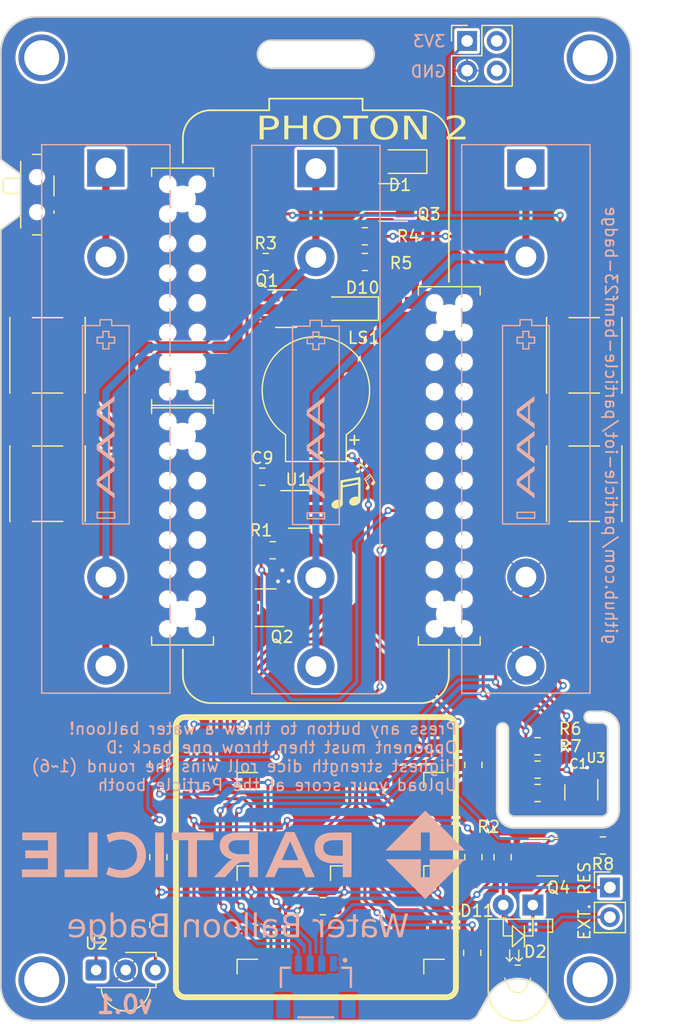
<source format=kicad_pcb>
(kicad_pcb (version 20221018) (generator pcbnew)
  (title_block (title "Particle BAMF23 Badge") (date "2023-08-23") (rev "v0.1") (company "Brett Walach"))
  (layers (0 "F.Cu" signal) (31 "B.Cu" signal) (34 "B.Paste" user) (35 "F.Paste" user) (36 "B.SilkS" user "B.Silkscreen") (37 "F.SilkS" user "F.Silkscreen") (38 "B.Mask" user) (39 "F.Mask" user) (44 "Edge.Cuts" user))
  (net 0 "")
  (net 1 "GND")
  (net 2 "RST")
  (net 3 "MD")
  (net 4 "A0")
  (net 5 "A1")
  (net 6 "A2")
  (net 7 "A5")
  (net 8 "LI+")
  (net 9 "EN")
  (net 10 "VUSB")
  (net 11 "D10")
  (net 12 "D7")
  (net 13 "D6")
  (net 14 "D5")
  (net 15 "D4")
  (net 16 "D3")
  (net 17 "D2")
  (net 18 "SCL")
  (net 19 "SDA")
  (net 20 "NC")
  (net 21 "TX")
  (net 22 "RX")
  (net 23 "MI")
  (net 24 "MO")
  (net 25 "SCK")
  (net 26 "S3")
  (net 27 "S4")
  (net 28 "PXG")
  (net 29 "Net-(D10-A)")
  (net 30 "Net-(D11-A)")
  (net 31 "Net-(D3-DOUT)")
  (net 32 "Net-(D3-DIN)")
  (net 33 "Net-(D4-DOUT)")
  (net 34 "Net-(D5-DOUT)")
  (net 35 "Net-(D6-DOUT)")
  (net 36 "Net-(D7-DOUT)")
  (net 37 "Net-(D8-DOUT)")
  (net 39 "B+")
  (net 40 "Net-(BT1--)")
  (net 41 "Net-(BT2--)")
  (net 42 "Net-(D1-A)")
  (net 43 "Net-(Q3-G)")
  (net 44 "3V3")
  (net 50 "Net-(D11-K)")
  (footprint "particle-bamf23-badge:SOT-23_HandSoldering" (layer "F.Cu") (at 133.3 65.9 180)
    (fp_text reference "Q3")
    (fp_text value "PJA3415")
  )
  (footprint "particle-bamf23-badge:C_0805_2012Metric_Pad1.20x1.40mm_HandSolder" (layer "F.Cu") (at 140.5 114.1 -90)
    (fp_text reference "C6" hide)
    (fp_text value "0.1uF")
  )
  (footprint "particle-bamf23-badge:LED_Harvatek_B4301IR" (layer "F.Cu") (at 144.3 131.6 180)
    (fp_text reference "D2")
    (fp_text value "IR LED")
  )
  (footprint "particle-bamf23-badge:C_0805_2012Metric_Pad1.20x1.40mm_HandSolder" (layer "F.Cu") (at 113.5 122 -90)
    (fp_text reference "C4" hide)
    (fp_text value "0.1uF")
  )
  (footprint "particle-bamf23-badge:SW_Push_1P1T_NO_6x6mm_H5mm" (layer "F.Cu") (at 104 90 -90)
    (fp_text reference "SW2" hide)
    (fp_text value "6x6x5mm" hide)
  )
  (footprint "particle-bamf23-badge:water-balloon-5mm-ss" (layer "F.Cu") (at 108.445927 78.715498 160)
    (fp_text reference "G***" hide)
    (fp_text value "LOGO" hide)
  )
  (footprint "particle-bamf23-badge:LED_WS2812B_PLCC4_5.0x5.0mm_P3.2mm" (layer "F.Cu") (at 135 114)
    (fp_text reference "D7" hide)
    (fp_text value "WS2812B")
  )
  (footprint "particle-bamf23-badge:C_0805_2012Metric_Pad1.20x1.40mm_HandSolder" (layer "F.Cu") (at 146 116.5 180)
    (fp_text reference "C1")
    (fp_text value "0.1uF")
  )
  (footprint "particle-bamf23-badge:R_0805_2012Metric_Pad1.20x1.40mm_HandSolder" (layer "F.Cu") (at 122.7 71 180)
    (fp_text reference "R3")
    (fp_text value "100k 1%")
  )
  (footprint "particle-bamf23-badge:Sensirion_DFN-8-1EP_2.5x2.5mm_P0.5mm_EP1.1x1.7mm" (layer "F.Cu") (at 149.75 116.45 -90)
    (fp_text reference "U3")
    (fp_text value "SHT31-DIS")
  )
  (footprint "particle-bamf23-badge:SOT-23_HandSoldering" (layer "F.Cu") (at 124.45 75)
    (fp_text reference "Q1")
    (fp_text value "2N7002")
  )
  (footprint "particle-bamf23-badge:SOT-23_HandSoldering" (layer "F.Cu") (at 146.85 122)
    (fp_text reference "Q4")
    (fp_text value "2N7002")
  )
  (footprint "particle-bamf23-badge:water-balloon-5mm-ss" (layer "F.Cu") (at 150.72 97.39 45)
    (fp_text reference "G***" hide)
    (fp_text value "LOGO" hide)
  )
  (footprint "particle-bamf23-badge:water-balloon-5mm-ss" (layer "F.Cu") (at 151.084306 71.064859 -160)
    (fp_text reference "G***" hide)
    (fp_text value "LOGO" hide)
  )
  (footprint "particle-bamf23-badge:SW_SPDT_PCM12" (layer "F.Cu") (at 103.43 65.228885 -90)
    (fp_text reference "SW5" hide)
    (fp_text value "SW_SPDT")
  )
  (footprint "particle-bamf23-badge:Harwin_M20-7810845_2x08_P2.54mm_Vertical" (layer "F.Cu") (at 115.57 73.23)
    (fp_text reference "J2" hide)
    (fp_text value "M20-7810845")
  )
  (footprint "particle-bamf23-badge:MagneticBuzzer_FUET-9032-05" (layer "F.Cu") (at 127 84 180)
    (fp_text reference "LS1")
    (fp_text value "Speaker")
  )
  (footprint "particle-bamf23-badge:R_0805_2012Metric_Pad1.20x1.40mm_HandSolder" (layer "F.Cu") (at 151.6 121)
    (fp_text reference "R8")
    (fp_text value "100k 1%")
  )
  (footprint "particle-bamf23-badge:R_0805_2012Metric_Pad1.20x1.40mm_HandSolder" (layer "F.Cu") (at 131.2 71)
    (fp_text reference "R5")
    (fp_text value "100k 1%")
  )
  (footprint "OptoDevice:Vishay_MINICAST-3Pin" (layer "F.Cu") (at 108.16 131.675)
    (fp_text reference "U2")
    (fp_text value "TSOP38G36")
  )
  (footprint "particle-bamf23-badge:music-notes" (layer "F.Cu") (at 130.2 90.2)
    (fp_text reference "G***" hide)
    (fp_text value "music-notes" hide)
  )
  (footprint "Connector_PinHeader_2.54mm:PinHeader_1x02_P2.54mm_Vertical" (layer "F.Cu") (at 152.2 124.6)
    (fp_text reference "J1" hide)
    (fp_text value "Ext. Resistor")
  )
  (footprint "particle-bamf23-badge:C_0805_2012Metric_Pad1.20x1.40mm_HandSolder" (layer "F.Cu") (at 140.4 130.2 -90)
    (fp_text reference "C8" hide)
    (fp_text value "0.1uF")
  )
  (footprint "particle-bamf23-badge:MountingHole_4.0mm_M3.0" (layer "F.Cu") (at 103.5 53.5)
    (fp_text reference "H1" hide)
    (fp_text value "3.0mm")
  )
  (footprint "particle-bamf23-badge:C_0805_2012Metric_Pad1.20x1.40mm_HandSolder" (layer "F.Cu") (at 127.6 126.2)
    (fp_text reference "C2" hide)
    (fp_text value "0.1uF" hide)
  )
  (footprint "particle-bamf23-badge:R_0805_2012Metric_Pad1.20x1.40mm_HandSolder" (layer "F.Cu") (at 146 112.5 180)
    (fp_text reference "R6")
    (fp_text value "4.7k 1%")
  )
  (footprint "particle-bamf23-badge:C_0805_2012Metric_Pad1.20x1.40mm_HandSolder" (layer "F.Cu") (at 122.4 89.4 180)
    (fp_text reference "C9")
    (fp_text value "0.1uF")
  )
  (footprint "particle-bamf23-badge:C_0805_2012Metric_Pad1.20x1.40mm_HandSolder" (layer "F.Cu") (at 113.5 114 -90)
    (fp_text reference "C3" hide)
    (fp_text value "0.1uF")
  )
  (footprint "particle-bamf23-badge:Harwin_M20-7810845_2x08_P2.54mm_Vertical" (layer "F.Cu") (at 115.57 93.55)
    (fp_text reference "J5" hide)
    (fp_text value "M20-7810845")
  )
  (footprint "particle-bamf23-badge:MountingHole_4.0mm_M3.0" (layer "F.Cu") (at 150.5 132.5)
    (fp_text reference "H4" hide)
    (fp_text value "3.0mm")
  )
  (footprint "particle-bamf23-badge:Harwin_M20-7811245_2x12_P2.54mm_Vertical" (layer "F.Cu") (at 138.43 88.47)
    (fp_text reference "J4" hide)
    (fp_text value "M20-7811245")
  )
  (footprint "particle-bamf23-badge:SW_Push_1P1T_NO_6x6mm_H5mm" (layer "F.Cu") (at 104 79 -90)
    (fp_text reference "SW1" hide)
    (fp_text value "6x6x5mm" hide)
  )
  (footprint "particle-bamf23-badge:PinHeader_2x02_P2.54mm_Vertical" (layer "F.Cu") (at 139.96 52.06)
    (fp_text reference "J6" hide)
    (fp_text value "#Badgelife SAO - Long Live the Simple Version")
  )
  (footprint "particle-bamf23-badge:R_0805_2012Metric_Pad1.20x1.40mm_HandSolder" (layer "F.Cu") (at 143 122 90)
    (fp_text reference "R2")
    (fp_text value "1k 1%")
  )
  (footprint "particle-bamf23-badge:LED_WS2812B_PLCC4_5.0x5.0mm_P3.2mm" (layer "F.Cu") (at 119 130)
    (fp_text reference "D5" hide)
    (fp_text value "WS2812B")
  )
  (footprint "particle-bamf23-badge:SW_Push_1P1T_NO_6x6mm_H5mm" (layer "F.Cu") (at 150 79 90)
    (fp_text reference "SW3" hide)
    (fp_text value "6x6x5mm" hide)
  )
  (footprint "particle-bamf23-badge:SOT-23_HandSoldering" (layer "F.Cu") (at 122.7 100.625 180)
    (fp_text reference "Q2")
    (fp_text value "2N7002")
  )
  (footprint "particle-bamf23-badge:SOT-23-5_HandSoldering" (layer "F.Cu") (at 125.55 92.2)
    (fp_text reference "U1")
    (fp_text value "74AHC1G125")
  )
  (footprint "particle-bamf23-badge:C_0805_2012Metric_Pad1.20x1.40mm_HandSolder" (layer "F.Cu") (at 113.5 127.8 90)
    (fp_text reference "C5" hide)
    (fp_text value "0.1uF")
  )
  (footprint "particle-bamf23-badge:R_0805_2012Metric_Pad1.20x1.40mm_HandSolder" (layer "F.Cu") (at 123.3 95.7)
    (fp_text reference "R1")
    (fp_text value "100k 1%")
  )
  (footprint "particle-bamf23-badge:LED_WS2812B_PLCC4_5.0x5.0mm_P3.2mm" (layer "F.Cu") (at 135 130)
    (fp_text reference "D9" hide)
    (fp_text value "WS2812B")
  )
  (footprint "particle-bamf23-badge:LED_WS2812B_PLCC4_5.0x5.0mm_P3.2mm" (layer "F.Cu") (at 127 122)
    (fp_text reference "D6" hide)
    (fp_text value "WS2812B")
  )
  (footprint "particle-bamf23-badge:D_SOD-123HE" (layer "F.Cu") (at 134.2 62.4 180)
    (fp_text reference "D1")
    (fp_text value "SBA330AH_R1_00001")
  )
  (footprint "particle-bamf23-badge:LED_WS2812B_PLCC4_5.0x5.0mm_P3.2mm" (layer "F.Cu") (at 119 114)
    (fp_text reference "D3" hide)
    (fp_text value "WS2812B")
  )
  (footprint "particle-bamf23-badge:MountingHole_4.0mm_M3.0" (layer "F.Cu") (at 150.5 53.5)
    (fp_text reference "H2" hide)
    (fp_text value "3.0mm")
  )
  (footprint "particle-bamf23-badge:particle-logo-stacked-10mm-sm" (layer "F.Cu") (at 106.8 114)
    (fp_text reference "G1" hide)
    (fp_text value "LOGO" hide)
  )
  (footprint "particle-bamf23-badge:water-balloon-5mm-ss" (layer "F.Cu") (at 103.79 97.56 -20)
    (fp_text reference "G***" hide)
    (fp_text value "LOGO" hide)
  )
  (footprint "particle-bamf23-badge:LED_D5.0mm_Horizontal_O1.27mm_Z3.0mm" (layer "F.Cu") (at 143.06 126.1)
    (fp_text reference "D11")
    (fp_text value "IR LED")
  )
  (footprint "particle-bamf23-badge:MountingHole_4.0mm_M3.0" (layer "F.Cu") (at 103.5 132.5)
    (fp_text reference "H3" hide)
    (fp_text value "3.0mm")
  )
  (footprint "particle-bamf23-badge:C_0805_2012Metric_Pad1.20x1.40mm_HandSolder" (layer "F.Cu") (at 140.5 122 -90)
    (fp_text reference "C7" hide)
    (fp_text value "0.1uF")
  )
  (footprint "particle-bamf23-badge:SW_Push_1P1T_NO_6x6mm_H5mm" (layer "F.Cu") (at 150 90 90)
    (fp_text reference "SW4" hide)
    (fp_text value "6x6x5mm" hide)
  )
  (footprint "particle-bamf23-badge:R_0805_2012Metric_Pad1.20x1.40mm_HandSolder" (layer "F.Cu") (at 131.2 68.8 180)
    (fp_text reference "R4")
    (fp_text value "10k 1%")
  )
  (footprint "particle-bamf23-badge:R_0805_2012Metric_Pad1.20x1.40mm_HandSolder" (layer "F.Cu") (at 146 114.5 180)
    (fp_text reference "R7")
    (fp_text value "4.7k 1%")
  )
  (footprint "particle-bamf23-badge:D_SOD-123" (layer "F.Cu") (at 130 75 180)
    (fp_text reference "D10")
    (fp_text value "MBR0540")
  )
  (footprint "particle-bamf23-badge:LED_WS2812B_PLCC4_5.0x5.0mm_P3.2mm" (layer "F.Cu") (at 119 122)
    (fp_text reference "D4" hide)
    (fp_text value "WS2812B")
  )
  (footprint "particle-bamf23-badge:LED_WS2812B_PLCC4_5.0x5.0mm_P3.2mm" (layer "F.Cu") (at 135 122)
    (fp_text reference "D8" hide)
    (fp_text value "WS2812B")
  )
  (footprint "particle-bamf23-badge:water-balloon-5mm-ss" (layer "B.Cu") (at 119 132.4 45)
    (fp_text reference "G***" hide)
    (fp_text value "LOGO" hide)
  )
  (footprint "particle-bamf23-badge:BatteryHolder_MPD_BK82_AAA" (layer "B.Cu") (at 127 63 -90)
    (fp_text reference "BT2" hide)
    (fp_text value "AAA Battery")
  )
  (footprint "particle-bamf23-badge:BatteryHolder_MPD_BK82_AAA" (layer "B.Cu") (at 145 62.95 -90)
    (fp_text reference "BT3" hide)
    (fp_text value "AAA Battery")
  )
  (footprint "particle-bamf23-badge:water-balloon-5mm-ss" (layer "B.Cu") (at 134.8 132.2 -135)
    (fp_text reference "G***" hide)
    (fp_text value "LOGO" hide)
  )
  (footprint "particle-bamf23-badge:JST04_1MM_RA" (layer "B.Cu") (at 127 131.125001 180)
    (fp_text reference "J3")
    (fp_text value "Qwiic_RA")
  )
  (footprint "particle-bamf23-badge:BatteryHolder_MPD_BK82_AAA" (layer "B.Cu") (at 109 62.95 -90)
    (fp_text reference "BT1" hide)
    (fp_text value "AAA Battery")
  )
  (footprint "particle-bamf23-badge:temp-humidity-7.6mm-sm" (layer "B.Cu") (at 147.8 114.8 180)
    (fp_text reference "G***" hide)
    (fp_text value "LOGO" hide)
  )
  (footprint "particle-bamf23-badge:particle-logo-38mm-ss" (layer "B.Cu") (at 120.8 121.8 180)
    (fp_text reference "G2" hide)
    (fp_text value "LOGO" hide)
  )
  (gr_arc (start 118 108.8) (mid 116.302944 108.097056) (end 115.6 106.4) (stroke (width 0.15)) (layer "F.SilkS"))
  (gr_line (start 123 57) (end 131 57) (stroke (width 0.15)) (layer "F.SilkS"))
  (gr_arc (start 138.4 106.4) (mid 137.697056 108.097056) (end 136 108.8) (stroke (width 0.15)) (layer "F.SilkS"))
  (gr_line (start 115.6 60.4) (end 115.6 62.5) (stroke (width 0.15)) (layer "F.SilkS"))
  (gr_line (start 118 58) (end 123 58) (stroke (width 0.15)) (layer "F.SilkS"))
  (gr_line (start 138.2 134) (end 115.8 134) (stroke (width 0.5)) (layer "F.SilkS"))
  (gr_arc (start 115.8 134) (mid 115.234315 133.765685) (end 115 133.2) (stroke (width 0.5)) (layer "F.SilkS"))
  (gr_line (start 131 57) (end 131 58) (stroke (width 0.15)) (layer "F.SilkS"))
  (gr_line (start 138.4 60.4) (end 138.4 72.7) (stroke (width 0.15)) (layer "F.SilkS"))
  (gr_line (start 131 58) (end 136 58) (stroke (width 0.15)) (layer "F.SilkS"))
  (gr_line (start 118 108.8) (end 136 108.8) (stroke (width 0.15)) (layer "F.SilkS"))
  (gr_arc (start 115.6 60.4) (mid 116.302944 58.702944) (end 118 58) (stroke (width 0.15)) (layer "F.SilkS"))
  (gr_line (start 139 110.8) (end 139 133.2) (stroke (width 0.5)) (layer "F.SilkS"))
  (gr_arc (start 138.2 110) (mid 138.765685 110.234315) (end 139 110.8) (stroke (width 0.5)) (layer "F.SilkS"))
  (gr_arc (start 136 58) (mid 137.697056 58.702944) (end 138.4 60.4) (stroke (width 0.15)) (layer "F.SilkS"))
  (gr_line (start 123 58) (end 123 57) (stroke (width 0.15)) (layer "F.SilkS"))
  (gr_line (start 138.4 106.4) (end 138.4 104.2) (stroke (width 0.15)) (layer "F.SilkS"))
  (gr_arc (start 115 110.8) (mid 115.234315 110.234315) (end 115.8 110) (stroke (width 0.5)) (layer "F.SilkS"))
  (gr_line (start 115 133.2) (end 115 110.8) (stroke (width 0.5)) (layer "F.SilkS"))
  (gr_line (start 115.8 110) (end 138.2 110) (stroke (width 0.5)) (layer "F.SilkS"))
  (gr_line (start 115.6 104.2) (end 115.6 106.4) (stroke (width 0.15)) (layer "F.SilkS"))
  (gr_arc (start 139 133.2) (mid 138.765685 133.765685) (end 138.2 134) (stroke (width 0.5)) (layer "F.SilkS"))
  (gr_line (start 100 68.328885) (end 100 133) (stroke (width 0.15)) (layer "Edge.Cuts"))
  (gr_line (start 151.5 110.5) (end 150.5 110.5) (stroke (width 0.15)) (layer "Edge.Cuts"))
  (gr_arc (start 100 68.328885) (mid 100.023665 68.234513) (end 100.08906 68.162475) (stroke (width 0.15)) (layer "Edge.Cuts"))
  (gr_line (start 151.5 118.5) (end 144 118.5) (stroke (width 0.15)) (layer "Edge.Cuts"))
  (gr_line (start 130.8 52) (end 123.2 52) (stroke (width 0.15)) (layer "Edge.Cuts"))
  (gr_line (start 100 53) (end 100 62.128885) (stroke (width 0.15)) (layer "Edge.Cuts"))
  (gr_arc (start 140.868243 135.496139) (mid 140.501927 135.86491) (end 140 136) (stroke (width 0.15)) (layer "Edge.Cuts"))
  (gr_line (start 143.5 118) (end 143.5 111) (stroke (width 0.15)) (layer "Edge.Cuts"))
  (gr_line (start 100.110557 62.30777) (end 101.589443 63.4) (stroke (width 0.15)) (layer "Edge.Cuts"))
  (gr_arc (start 152 118) (mid 151.853553 118.353553) (end 151.5 118.5) (stroke (width 0.15)) (layer "Edge.Cuts"))
  (gr_line (start 154 53) (end 154 133) (stroke (width 0.15)) (layer "Edge.Cuts"))
  (gr_arc (start 154 133) (mid 153.12132 135.12132) (end 151 136) (stroke (width 0.15)) (layer "Edge.Cuts"))
  (gr_arc (start 142.5 111) (mid 143 110.5) (end 143.5 111) (stroke (width 0.15)) (layer "Edge.Cuts"))
  (gr_arc (start 141.788062 133.850805) (mid 142.849598 132.788759) (end 144.3 132.4) (stroke (width 0.15)) (layer "Edge.Cuts"))
  (gr_arc (start 123.2 54.4) (mid 122 53.2) (end 123.2 52) (stroke (width 0.15)) (layer "Edge.Cuts"))
  (gr_line (start 146.811938 133.850805) (end 147.731757 135.496139) (stroke (width 0.15)) (layer "Edge.Cuts"))
  (gr_arc (start 130.8 52) (mid 132 53.2) (end 130.8 54.4) (stroke (width 0.15)) (layer "Edge.Cuts"))
  (gr_arc (start 153 118) (mid 152.56066 119.06066) (end 151.5 119.5) (stroke (width 0.15)) (layer "Edge.Cuts"))
  (gr_arc (start 151.5 109.5) (mid 152.56066 109.93934) (end 153 111) (stroke (width 0.15)) (layer "Edge.Cuts"))
  (gr_arc (start 103 136) (mid 100.87868 135.12132) (end 100 133) (stroke (width 0.15)) (layer "Edge.Cuts"))
  (gr_arc (start 150.5 110.5) (mid 150 110) (end 150.5 109.5) (stroke (width 0.15)) (layer "Edge.Cuts"))
  (gr_arc (start 101.589443 63.4) (mid 101.67013 63.473739) (end 101.7 63.578885) (stroke (width 0.15)) (layer "Edge.Cuts"))
  (gr_line (start 123.2 54.4) (end 130.8 54.4) (stroke (width 0.15)) (layer "Edge.Cuts"))
  (gr_arc (start 151.5 110.5) (mid 151.853553 110.646447) (end 152 111) (stroke (width 0.15)) (layer "Edge.Cuts"))
  (gr_line (start 103 50) (end 151 50) (stroke (width 0.15)) (layer "Edge.Cuts"))
  (gr_line (start 152 111) (end 152 118) (stroke (width 0.15)) (layer "Edge.Cuts"))
  (gr_line (start 153 118) (end 153 111) (stroke (width 0.15)) (layer "Edge.Cuts"))
  (gr_arc (start 100 53) (mid 100.87868 50.87868) (end 103 50) (stroke (width 0.15)) (layer "Edge.Cuts"))
  (gr_arc (start 151 50) (mid 153.12132 50.87868) (end 154 53) (stroke (width 0.15)) (layer "Edge.Cuts"))
  (gr_line (start 150.5 109.5) (end 151.5 109.5) (stroke (width 0.15)) (layer "Edge.Cuts"))
  (gr_arc (start 101.7 66.878885) (mid 101.67013 66.984031) (end 101.589443 67.05777) (stroke (width 0.15)) (layer "Edge.Cuts"))
  (gr_line (start 101.7 63.578885) (end 101.7 66.878885) (stroke (width 0.15)) (layer "Edge.Cuts"))
  (gr_arc (start 144 119.5) (mid 142.93934 119.06066) (end 142.5 118) (stroke (width 0.15)) (layer "Edge.Cuts"))
  (gr_line (start 101.589443 67.05777) (end 100.08906 68.162475) (stroke (width 0.15)) (layer "Edge.Cuts"))
  (gr_line (start 103 136) (end 140 136) (stroke (width 0.15)) (layer "Edge.Cuts"))
  (gr_line (start 142.5 111) (end 142.5 118) (stroke (width 0.15)) (layer "Edge.Cuts"))
  (gr_arc (start 148.6 136) (mid 148.098073 135.86491) (end 147.731757 135.496139) (stroke (width 0.15)) (layer "Edge.Cuts"))
  (gr_line (start 141.788062 133.850805) (end 140.868243 135.496139) (stroke (width 0.15)) (layer "Edge.Cuts"))
  (gr_line (start 148.6 136) (end 151 136) (stroke (width 0.15)) (layer "Edge.Cuts"))
  (gr_arc (start 144 118.5) (mid 143.646447 118.353553) (end 143.5 118) (stroke (width 0.15)) (layer "Edge.Cuts"))
  (gr_line (start 144 119.5) (end 151.5 119.5) (stroke (width 0.15)) (layer "Edge.Cuts"))
  (gr_arc (start 144.3 132.4) (mid 145.750402 132.788759) (end 146.811938 133.850805) (stroke (width 0.15)) (layer "Edge.Cuts"))
  (gr_arc (start 100.110557 62.30777) (mid 100.02987 62.234031) (end 100 62.128885) (stroke (width 0.15)) (layer "Edge.Cuts"))
  (gr_text "GND\n" (at 138.27 55.27) (layer "B.SilkS") (effects (font (size 1 1)) (justify left bottom mirror)))
  (gr_text "github.com/particle-iot/particle-bamf23-badge" (at 152.3 85 270) (layer "B.SilkS") (effects (font (size 1 1)) (justify mirror)))
  (gr_text "v0.1" (at 113.17 135.51) (layer "B.SilkS") (effects (font (size 1.5 1.5) (thickness 0.3) bold) (justify left bottom mirror)))
  (gr_text "3V3\n" (at 138.19 52.67) (layer "B.SilkS") (effects (font (size 1 1)) (justify left bottom mirror)))
  (gr_text "Press any button to throw a water balloon!\nOpponent must then throw one back :D\nHighest strength dice roll wins the round (1~6)\nUpload your score at the Particle booth" (at 139.2 116.4) (layer "B.SilkS") (effects (font (size 1 1)) (justify left bottom mirror)))
  (gr_text "Water Balloon Badge" (at 135 129.2) (layer "B.SilkS") (effects (font (size 2 2)) (justify left bottom mirror)))
  (gr_text "PHOTON 2\n" (at 121.84 60.84) (layer "F.SilkS") (effects (font (size 2 2.5)) (justify left bottom)))
  (gr_text "EXT. RES" (at 150.6 129.2 90) (layer "F.SilkS") (effects (font (size 1 1)) (justify left bottom)))
  (segment (start 113.045593 71.96) (end 113.932593 72.847) (width 0.254) (layer "F.Cu") (net 1))
  (segment (start 145 105.62) (end 145 98) (width 0.6096) (layer "F.Cu") (net 1))
  (segment (start 113.932593 72.847) (end 117.593 72.847) (width 0.254) (layer "F.Cu") (net 1))
  (segment (start 117.593 72.847) (end 118.48 71.96) (width 0.254) (layer "F.Cu") (net 1))
  (segment (start 149.75 116.45) (end 151.55 116.45) (width 0.254) (layer "F.Cu") (net 1))
  (segment (start 112.66 71.96) (end 113.045593 71.96) (width 0.254) (layer "F.Cu") (net 1))
  (via (at 150.25 114.32) (size 0.6096) (drill 0.3302) (layers "F.Cu" "B.Cu") (net 1))
  (via (at 123.75 98.375) (size 0.6096) (drill 0.3302) (layers "F.Cu" "B.Cu") (net 1))
  (via (at 124.125 97.425) (size 0.6096) (drill 0.3302) (layers "F.Cu" "B.Cu") (net 1))
  (via (at 124.675 98.375) (size 0.6096) (drill 0.3302) (layers "F.Cu" "B.Cu") (net 1))
  (segment (start 112.66 64.34) (end 113.547 63.453) (width 0.254) (layer "F.Cu") (net 2))
  (segment (start 113.547 63.453) (end 117.593 63.453) (width 0.254) (layer "F.Cu") (net 2))
  (segment (start 117.593 63.453) (end 118.48 64.34) (width 0.254) (layer "F.Cu") (net 2))
  (segment (start 112.66 69.42) (end 113.547 70.307) (width 0.254) (layer "F.Cu") (net 3))
  (segment (start 113.547 70.307) (end 117.593 70.307) (width 0.254) (layer "F.Cu") (net 3))
  (segment (start 117.593 70.307) (end 118.48 69.42) (width 0.254) (layer "F.Cu") (net 3))
  (segment (start 113.547 75.387) (end 117.593 75.387) (width 0.254) (layer "F.Cu") (net 4))
  (segment (start 117.593 75.387) (end 118.48 74.5) (width 0.254) (layer "F.Cu") (net 4))
  (segment (start 112.66 74.5) (end 113.547 75.387) (width 0.254) (layer "F.Cu") (net 4))
  (segment (start 113.547 77.927) (end 117.593 77.927) (width 0.254) (layer "F.Cu") (net 5))
  (segment (start 112.66 77.04) (end 113.547 77.927) (width 0.254) (layer "F.Cu") (net 5))
  (segment (start 117.593 77.927) (end 118.48 77.04) (width 0.254) (layer "F.Cu") (net 5))
  (segment (start 117.593 78.693) (end 118.48 79.58) (width 0.254) (layer "F.Cu") (net 6))
  (segment (start 121.1 74.9) (end 121.95 74.05) (width 0.254) (layer "F.Cu") (net 6))
  (segment (start 112.66 79.58) (end 113.547 78.693) (width 0.254) (layer "F.Cu") (net 6))
  (segment (start 121.1 78.75) (end 121.1 74.9) (width 0.254) (layer "F.Cu") (net 6))
  (segment (start 113.547 78.693) (end 117.593 78.693) (width 0.254) (layer "F.Cu") (net 6))
  (segment (start 121.95 74.05) (end 123.1 74.05) (width 0.254) (layer "F.Cu") (net 6))
  (segment (start 118.48 79.58) (end 120.27 79.58) (width 0.254) (layer "F.Cu") (net 6))
  (segment (start 123.7 72.3) (end 123.1 72.9) (width 0.254) (layer "F.Cu") (net 6))
  (segment (start 123.7 71) (end 123.7 72.3) (width 0.254) (layer "F.Cu") (net 6))
  (segment (start 123.1 72.9) (end 123.1 74.05) (width 0.254) (layer "F.Cu") (net 6))
  (segment (start 120.27 79.58) (end 121.1 78.75) (width 0.254) (layer "F.Cu") (net 6))
  (segment (start 131.5 91.8) (end 131.5 101.4) (width 0.254) (layer "F.Cu") (net 7))
  (segment (start 145.5 121.05) (end 146.55 121.05) (width 0.254) (layer "F.Cu") (net 7))
  (segment (start 146.55 121.05) (end 147.2 120.4) (width 0.254) (layer "F.Cu") (net 7))
  (segment (start 130.1 87.6) (end 123.7 87.6) (width 0.254) (layer "F.Cu") (net 7))
  (segment (start 117.593 83.007) (end 118.48 82.12) (width 0.254) (layer "F.Cu") (net 7))
  (segment (start 131.5 101.4) (end 131.5 102.71) (width 0.254) (layer "F.Cu") (net 7))
  (segment (start 120.35 84.25) (end 120.35 82.6) (width 0.254) (layer "F.Cu") (net 7))
  (segment (start 131.5 102.71) (end 139.18 110.39) (width 0.254) (layer "F.Cu") (net 7))
  (segment (start 149 120.4) (end 147.2 120.4) (width 0.254) (layer "F.Cu") (net 7))
  (segment (start 112.66 82.12) (end 113.547 83.007) (width 0.254) (layer "F.Cu") (net 7))
  (segment (start 149.6 121) (end 149 120.4) (width 0.254) (layer "F.Cu") (net 7))
  (segment (start 120.35 82.6) (end 119.87 82.12) (width 0.254) (layer "F.Cu") (net 7))
  (segment (start 150.6 121) (end 149.6 121) (width 0.254) (layer "F.Cu") (net 7))
  (segment (start 123.7 87.6) (end 120.35 84.25) (width 0.254) (layer "F.Cu") (net 7))
  (segment (start 113.547 83.007) (end 117.593 83.007) (width 0.254) (layer "F.Cu") (net 7))
  (segment (start 119.87 82.12) (end 118.48 82.12) (width 0.254) (layer "F.Cu") (net 7))
  (via (at 147.2 120.4) (size 0.6096) (drill 0.3302) (layers "F.Cu" "B.Cu") (net 7))
  (via (at 130.1 87.6) (size 0.6096) (drill 0.3302) (layers "F.Cu" "B.Cu") (net 7))
  (via (at 139.18 110.39) (size 0.6096) (drill 0.3302) (layers "F.Cu" "B.Cu") (net 7))
  (via (at 131.5 91.8) (size 0.6096) (drill 0.3302) (layers "F.Cu" "B.Cu") (net 7))
  (segment (start 131.5 91.8) (end 131.5 89) (width 0.254) (layer "B.Cu") (net 7))
  (segment (start 142.78 120.4) (end 139.16 116.78) (width 0.254) (layer "B.Cu") (net 7))
  (segment (start 139.18 110.39) (end 139.16 110.41) (width 0.254) (layer "B.Cu") (net 7))
  (segment (start 139.16 110.41) (end 139.16 116.78) (width 0.254) (layer "B.Cu") (net 7))
  (segment (start 147.2 120.4) (end 142.78 120.4) (width 0.254) (layer "B.Cu") (net 7))
  (segment (start 131.5 89) (end 130.1 87.6) (width 0.254) (layer "B.Cu") (net 7))
  (segment (start 136.24 64.95) (end 137.13 64.06) (width 0.6096) (layer "F.Cu") (net 8))
  (segment (start 131.65 73.95) (end 131.65 75) (width 0.6096) (layer "F.Cu") (net 8))
  (segment (start 132.55 119.05) (end 132.375 118.875) (width 0.254) (layer "F.Cu") (net 8))
  (segment (start 136.6 65.5) (end 136.6 69) (width 0.6096) (layer "F.Cu") (net 8))
  (segment (start 131.6 74.95) (end 131.65 75) (width 0.6096) (layer "F.Cu") (net 8))
  (segment (start 126.6 126.2) (end 125.8 126.2) (width 0.254) (layer "F.Cu") (net 8))
  (segment (start 126.7 103.3) (end 125.3 103.3) (width 0.254) (layer "F.Cu") (net 8))
  (segment (start 116.5 118.85) (end 116.55 118.85) (width 0.254) (layer "F.Cu") (net 8))
  (segment (start 115.2 117.55) (end 116.5 118.85) (width 0.254) (layer "F.Cu") (net 8))
  (segment (start 113.5 128.8) (end 114.8 128.8) (width 0.254) (layer "F.Cu") (net 8))
  (segment (start 115.2 114.75) (end 116.55 113.4) (width 0.254) (layer "F.Cu") (net 8))
  (segment (start 113.24 130.16) (end 113.24 131.675) (width 0.254) (layer "F.Cu") (net 8))
  (segment (start 115.2 125.7) (end 116.55 127.05) (width 0.254) (layer "F.Cu") (net 8))
  (segment (start 116.55 110.6) (end 116.55 112.35) (width 0.254) (layer "F.Cu") (net 8))
  (segment (start 116.3 126.8) (end 116.55 127.05) (width 0.254) (layer "F.Cu") (net 8))
  (segment (start 123.6 125.8) (end 123 125.2) (width 0.254) (layer "F.Cu") (net 8))
  (segment (start 124.55 121.26842) (end 124.55 120.35) (width 0.254) (layer "F.Cu") (net 8))
  (segment (start 125.8 126.2) (end 125.4 126.6) (width 0.254) (layer "F.Cu") (net 8))
  (segment (start 135.52 74.5) (end 135.52 70.08) (width 0.6096) (layer "F.Cu") (net 8))
  (segment (start 137.13 62.77) (end 136.76 62.4) (width 0.6096) (layer "F.Cu") (net 8))
  (segment (start 131.15 79.05) (end 131.15 82) (width 0.6096) (layer "F.Cu") (net 8))
  (segment (start 128 91.25) (end 128.45 91.7) (width 0.254) (layer "F.Cu") (net 8))
  (segment (start 113.5 128.8) (end 113.5 129.9) (width 0.254) (layer "F.Cu") (net 8))
  (segment (start 113.5 121) (end 114.6 121) (width 0.254) (layer "F.Cu") (net 8))
  (segment (start 125.3 103.3) (end 120.7 107.9) (width 0.254) (layer "F.Cu") (net 8))
  (segment (start 132.25 126.75) (end 131.2 125.7) (width 0.254) (layer "F.Cu") (net 8))
  (segment (start 120.7 107.9) (end 120.7 110.6) (width 0.254) (layer "F.Cu") (net 8))
  (segment (start 132.55 120.35) (end 132.55 119.05) (width 0.254) (layer "F.Cu") (net 8))
  (segment (start 132.55 113.15) (end 132.55 112.35) (width 0.254) (layer "F.Cu") (net 8))
  (segment (start 132.55 127.05) (end 132.25 126.75) (width 0.254) (layer "F.Cu") (net 8))
  (segment (start 135.52 74.5) (end 136.407 73.613) (width 0.254) (layer "F.Cu") (net 8))
  (segment (start 132.55 121.45) (end 132.55 120.35) (width 0.254) (layer "F.Cu") (net 8))
  (segment (start 131.65 78.55) (end 131.15 79.05) (width 0.6096) (layer "F.Cu") (net 8))
  (segment (start 136.407 73.613) (end 140.453 73.613) (width 0.254) (layer "F.Cu") (net 8))
  (segment (start 132.55 128.35) (end 132.55 127.05) (width 0.254) (layer "F.Cu") (net 8))
  (segment (start 138.6 113.8) (end 133.2 113.8) (width 0.254) (layer "F.Cu") (net 8))
  (segment (start 114.7 113) (end 115.35 112.35) (width 0.254) (layer "F.Cu") (net 8))
  (segment (start 114.6 121) (end 115.25 120.35) (width 0.254) (layer "F.Cu") (net 8))
  (segment (start 123 125.2) (end 123 122.81842) (width 0.254) (layer "F.Cu") (net 8))
  (segment (start 113.5 129.9) (end 113.24 130.16) (width 0.254) (layer "F.Cu") (net 8))
  (segment (start 136.76 62.4) (end 135.05 62.4) (width 0.6096) (layer "F.Cu") (net 8))
  (segment (start 133.2 113.8) (end 132.55 113.15) (width 0.254) (layer "F.Cu") (net 8))
  (segment (start 116.55 121.45) (end 115.2 122.8) (width 0.254) (layer "F.Cu") (net 8))
  (segment (start 115.25 120.35) (end 116.55 120.35) (width 0.254) (layer "F.Cu") (net 8))
  (segment (start 128.45 91.7) (end 128.45 94.65) (width 0.254) (layer "F.Cu") (net 8))
  (segment (start 132.55 113.05) (end 132.55 112.35) (width 0.254) (layer "F.Cu") (net 8))
  (segment (start 131.15 82) (end 131.15 88.3) (width 0.254) (layer "F.Cu") (net 8))
  (segment (start 132.375 118.875) (end 131 117.5) (width 0.254) (layer "F.Cu") (net 8))
  (segment (start 124.55 118.85) (end 124.55 120.35) (width 0.254) (layer "F.Cu") (net 8))
  (segment (start 131.2 125.7) (end 131.2 122.8) (width 0.254) (layer "F.Cu") (net 8))
  (segment (start 131.2 122.8) (end 132.55 121.45) (width 0.254) (layer "F.Cu") (net 8))
  (segment (start 131.65 75) (end 131.65 78.55) (width 0.6096) (layer "F.Cu") (net 8))
  (segment (start 126.9 90.3) (end 126.9 91.25) (width 0.254) (layer "F.Cu") (net 8))
  (segment (start 131 117.5) (end 131 114.6) (width 0.254) (layer "F.Cu") (net 8))
  (segment (start 131 114.6) (end 132.55 113.05) (width 0.254) (layer "F.Cu") (net 8))
  (segment (start 115.35 112.35) (end 116.55 112.35) (width 0.254) (layer "F.Cu") (net 8))
  (segment (start 134.65 64.95) (end 136.24 64.95) (width 0.6096) (layer "F.Cu") (net 8))
  (segment (start 140.5 120) (end 140.5 121) (width 0.254) (layer "F.Cu") (net 8))
  (segment (start 136.6 69) (end 131.65 73.95) (width 0.6096) (layer "F.Cu") (net 8))
  (segment (start 116.55 113.4) (end 116.55 112.35) (width 0.254) (layer "F.Cu") (net 8))
  (segment (start 114.8 128.8) (end 115.25 128.35) (width 0.254) (layer "F.Cu") (net 8))
  (segment (start 116.55 120.35) (end 116.55 118.85) (width 0.254) (layer "F.Cu") (net 8))
  (segment (start 140.5 113.1) (end 140.4 113.2) (width 0.254) (layer "F.Cu") (net 8))
  (segment (start 140 119.5) (end 140.5 120) (width 0.254) (layer "F.Cu") (net 8))
  (segment (start 140.453 73.613) (end 141.34 74.5) (width 0.254) (layer "F.Cu") (net 8))
  (segment (start 130 100) (end 126.7 103.3) (width 0.254) (layer "F.Cu") (net 8))
  (segment (start 128.2 91.25) (end 126.9 91.25) (width 0.254) (layer "F.Cu") (net 8))
  (segment (start 115.25 128.35) (end 116.55 128.35) (width 0.254) (layer "F.Cu") (net 8))
  (segment (start 123.4 89.4) (end 126 89.4) (width 0.254) (layer "F.Cu") (net 8))
  (segment (start 113.5 113) (end 114.7 113) (width 0.254) (layer "F.Cu") (net 8))
  (segment (start 131.15 88.3) (end 128.2 91.25) (width 0.254) (layer "F.Cu") (net 8))
  (segment (start 123 122.81842) (end 124.55 121.26842) (width 0.254) (layer "F.Cu") (net 8))
  (segment (start 139.2 113.2) (end 138.6 113.8) (width 0.254) (layer "F.Cu") (net 8))
  (segment (start 128.45 94.65) (end 130 96.2) (width 0.254) (layer "F.Cu") (net 8))
  (segment (start 140.4 113.2) (end 139.2 113.2) (width 0.254) (layer "F.Cu") (net 8))
  (segment (start 116.55 127.05) (end 116.55 128.35) (width 0.254) (layer "F.Cu") (net 8))
  (segment (start 137.13 64.06) (end 137.13 62.77) (width 0.6096) (layer "F.Cu") (net 8))
  (segment (start 134.65 64.95) (end 136.05 64.95) (width 0.6096) (layer "F.Cu") (net 8))
  (segment (start 126.9 91.25) (end 128 91.25) (width 0.254) (layer "F.Cu") (net 8))
  (segment (start 115.2 122.8) (end 115.2 125.7) (width 0.254) (layer "F.Cu") (net 8))
  (segment (start 115.2 117.55) (end 115.2 114.75) (width 0.254) (layer "F.Cu") (net 8))
  (segment (start 135.52 70.08) (end 136.6 69) (width 0.254) (layer "F.Cu") (net 8))
  (segment (start 140.4 129.2) (end 140.4 127.8) (width 0.254) (layer "F.Cu") (net 8))
  (segment (start 136.05 64.95) (end 136.6 65.5) (width 0.6096) (layer "F.Cu") (net 8))
  (segment (start 130 96.2) (end 130 100) (width 0.254) (layer "F.Cu") (net 8))
  (segment (start 126 89.4) (end 126.9 90.3) (width 0.254) (layer "F.Cu") (net 8))
  (segment (start 116.55 120.35) (end 116.55 121.45) (width 0.254) (layer "F.Cu") (net 8))
  (via (at 116.55 118.85) (size 0.6096) (drill 0.3302) (layers "F.Cu" "B.Cu") (net 8))
  (via (at 124.55 118.85) (size 0.6096) (drill 0.3302) (layers "F.Cu" "B.Cu") (net 8))
  (via (at 132.375 118.875) (size 0.6096) (drill 0.3302) (layers "F.Cu" "B.Cu") (net 8))
  (via (at 140 119.5) (size 0.6096) (drill 0.3302) (layers "F.Cu" "B.Cu") (net 8))
  (via (at 116.55 110.6) (size 0.6096) (drill 0.3302) (layers "F.Cu" "B.Cu") (net 8))
  (via (at 140.4 127.8) (size 0.6096) (drill 0.3302) (layers "F.Cu" "B.Cu") (net 8))
  (via (at 123.6 125.8) (size 0.6096) (drill 0.3302) (layers "F.Cu" "B.Cu") (net 8))
  (via (at 120.7 110.6) (size 0.6096) (drill 0.3302) (layers "F.Cu" "B.Cu") (net 8))
  (via (at 132.25 126.75) (size 0.6096) (drill 0.3302) (layers "F.Cu" "B.Cu") (net 8))
  (via (at 125.4 126.6) (size 0.6096) (drill 0.3302) (layers "F.Cu" "B.Cu") (net 8))
  (segment (start 132.4 118.85) (end 132.375 118.875) (width 0.254) (layer "B.Cu") (net 8))
  (segment (start 116.55 110.6) (end 120.7 110.6) (width 0.254) (layer "B.Cu") (net 8))
  (segment (start 140 119.5) (end 139.35 118.85) (width 0.254) (layer "B.Cu") (net 8))
  (segment (start 125.4 126.6) (end 124.4 126.6) (width 0.254) (layer "B.Cu") (net 8))
  (segment (start 139.35 118.85) (end 132.4 118.85) (width 0.254) (layer "B.Cu") (net 8))
  (segment (start 124.55 118.85) (end 124 119.4) (width 0.254) (layer "B.Cu") (net 8))
  (segment (start 124 119.4) (end 117.1 119.4) (width 0.254) (layer "B.Cu") (net 8))
  (segment (start 140.4 127.8) (end 133.3 127.8) (width 0.254) (layer "B.Cu") (net 8))
  (segment (start 132.35 118.85) (end 132.375 118.875) (width 0.254) (layer "B.Cu") (net 8))
  (segment (start 124.4 126.6) (end 123.6 125.8) (width 0.254) (layer "B.Cu") (net 8))
  (segment (start 124.55 118.85) (end 132.35 118.85) (width 0.254) (layer "B.Cu") (net 8))
  (segment (start 133.3 127.8) (end 132.25 126.75) (width 0.254) (layer "B.Cu") (net 8))
  (segment (start 117.1 119.4) (end 116.55 118.85) (width 0.254) (layer "B.Cu") (net 8))
  (segment (start 140.453 77.927) (end 141.34 77.04) (width 0.254) (layer "F.Cu") (net 9))
  (segment (start 135.52 77.04) (end 136.407 77.927) (width 0.254) (layer "F.Cu") (net 9))
  (segment (start 136.407 77.927) (end 140.453 77.927) (width 0.254) (layer "F.Cu") (net 9))
  (segment (start 136.715 80.775) (end 140.145 80.775) (width 0.254) (layer "F.Cu") (net 10))
  (segment (start 140.145 80.775) (end 141.34 79.58) (width 0.254) (layer "F.Cu") (net 10))
  (segment (start 141.34 79.58) (end 142.62 79.58) (width 0.254) (layer "F.Cu") (net 10))
  (segment (start 135.52 79.58) (end 136.715 80.775) (width 0.254) (layer "F.Cu") (net 10))
  (segment (start 142.62 79.58) (end 143.12 79.08) (width 0.254) (layer "F.Cu") (net 10))
  (segment (start 132.2 68.8) (end 132.2 71) (width 0.254) (layer "F.Cu") (net 10))
  (segment (start 143.12 73.32) (end 138.6 68.8) (width 0.254) (layer "F.Cu") (net 10))
  (segment (start 138.6 68.8) (end 138.1 68.8) (width 0.254) (layer "F.Cu") (net 10))
  (segment (start 143.12 79.08) (end 143.12 73.32) (width 0.254) (layer "F.Cu") (net 10))
  (segment (start 133.6 68.8) (end 132.2 68.8) (width 0.254) (layer "F.Cu") (net 10))
  (via (at 138.1 68.8) (size 0.6096) (drill 0.3302) (layers "F.Cu" "B.Cu") (net 10))
  (via (at 133.6 68.8) (size 0.6096) (drill 0.3302) (layers "F.Cu" "B.Cu") (net 10))
  (segment (start 138.1 68.8) (end 133.6 68.8) (width 0.254) (layer "B.Cu") (net 10))
  (segment (start 135.52 82.12) (end 136.407 83.007) (width 0.254) (layer "F.Cu") (net 11))
  (segment (start 140.453 83.007) (end 141.34 82.12) (width 0.254) (layer "F.Cu") (net 11))
  (segment (start 136.407 83.007) (end 140.453 83.007) (width 0.254) (layer "F.Cu") (net 11))
  (segment (start 140.453 85.547) (end 141.34 84.66) (width 0.254) (layer "F.Cu") (net 12))
  (segment (start 136.407 85.547) (end 140.453 85.547) (width 0.254) (layer "F.Cu") (net 12))
  (segment (start 135.52 84.66) (end 136.407 85.547) (width 0.254) (layer "F.Cu") (net 12))
  (segment (start 142.8 87.2) (end 141.34 87.2) (width 0.254) (layer "F.Cu") (net 13))
  (segment (start 135.52 87.2) (end 136.407 88.087) (width 0.254) (layer "F.Cu") (net 13))
  (segment (start 147.025 82.975) (end 142.8 87.2) (width 0.254) (layer "F.Cu") (net 13))
  (segment (start 140.453 88.087) (end 141.34 87.2) (width 0.254) (layer "F.Cu") (net 13))
  (segment (start 136.407 88.087) (end 140.453 88.087) (width 0.254) (layer "F.Cu") (net 13))
  (segment (start 147.75 75.025) (end 147.75 82.975) (width 0.254) (layer "F.Cu") (net 13))
  (segment (start 147.75 82.975) (end 147.025 82.975) (width 0.254) (layer "F.Cu") (net 13))
  (segment (start 136.407 90.627) (end 140.453 90.627) (width 0.254) (layer "F.Cu") (net 14))
  (segment (start 147.75 86.025) (end 147.75 93.975) (width 0.254) (layer "F.Cu") (net 14))
  (segment (start 143.26 89.74) (end 146.975 86.025) (width 0.254) (layer "F.Cu") (net 14))
  (segment (start 135.52 89.74) (end 136.407 90.627) (width 0.254) (layer "F.Cu") (net 14))
  (segment (start 140.453 90.627) (end 141.34 89.74) (width 0.254) (layer "F.Cu") (net 14))
  (segment (start 141.34 89.74) (end 143.26 89.74) (width 0.254) (layer "F.Cu") (net 14))
  (segment (start 146.975 86.025) (end 147.75 86.025) (width 0.254) (layer "F.Cu") (net 14))
  (segment (start 135.52 92.28) (end 136.407 93.167) (width 0.254) (layer "F.Cu") (net 15))
  (segment (start 122.3 97.35) (end 122.35 97.4) (width 0.254) (layer "F.Cu") (net 15))
  (segment (start 122.3 95.7) (end 122.3 97.35) (width 0.254) (layer "F.Cu") (net 15))
  (segment (start 140.453 93.167) (end 141.34 92.28) (width 0.254) (layer "F.Cu") (net 15))
  (segment (start 122.825 97.875) (end 122.825 100.35) (width 0.254) (layer "F.Cu") (net 15))
  (segment (start 133.2 92.3) (end 135.5 92.3) (width 0.254) (layer "F.Cu") (net 15))
  (segment (start 122.825 100.35) (end 124.05 101.575) (width 0.254) (layer "F.Cu") (net 15))
  (segment (start 136.407 93.167) (end 140.453 93.167) (width 0.254) (layer "F.Cu") (net 15))
  (segment (start 122.35 97.4) (end 122.825 97.875) (width 0.254) (layer "F.Cu") (net 15))
  (segment (start 135.5 92.3) (end 135.52 92.28) (width 0.254) (layer "F.Cu") (net 15))
  (via (at 122.35 97.4) (size 0.6096) (drill 0.3302) (layers "F.Cu" "B.Cu") (net 15))
  (via (at 133.2 92.3) (size 0.6096) (drill 0.3302) (layers "F.Cu" "B.Cu") (net 15))
  (segment (start 122.35 97.4) (end 122.35 105.95) (width 0.254) (layer "B.Cu") (net 15))
  (segment (start 129 108.5) (end 130.5 107) (width 0.254) (layer "B.Cu") (net 15))
  (segment (start 122.35 105.95) (end 124.9 108.5) (width 0.254) (layer "B.Cu") (net 15))
  (segment (start 124.9 108.5) (end 129 108.5) (width 0.254) (layer "B.Cu") (net 15))
  (segment (start 130.5 107) (end 130.5 95) (width 0.254) (layer "B.Cu") (net 15))
  (segment (start 130.5 95) (end 133.2 92.3) (width 0.254) (layer "B.Cu") (net 15))
  (segment (start 111.8 120.2) (end 111.8 126.5) (width 0.254) (layer "F.Cu") (net 16))
  (segment (start 132.5 107.5) (end 132.5 107.4) (width 0.254) (layer "F.Cu") (net 16))
  (segment (start 125.4 110) (end 130 110) (width 0.254) (layer "F.Cu") (net 16))
  (segment (start 140.453 95.707) (end 141.34 94.82) (width 0.254) (layer "F.Cu") (net 16))
  (segment (start 123.6 113.4) (end 123.6 111.8) (width 0.254) (layer "F.Cu") (net 16))
  (segment (start 135.52 94.82) (end 133.38 94.82) (width 0.254) (layer "F.Cu") (net 16))
  (segment (start 113.2 118.8) (end 111.8 120.2) (width 0.254) (layer "F.Cu") (net 16))
  (segment (start 133.38 94.82) (end 132.5 95.7) (width 0.254) (layer "F.Cu") (net 16))
  (segment (start 123.6 111.8) (end 125.4 110) (width 0.254) (layer "F.Cu") (net 16))
  (segment (start 111.8 126.5) (end 108.16 130.14) (width 0.254) (layer "F.Cu") (net 16))
  (segment (start 130 110) (end 132.5 107.5) (width 0.254) (layer "F.Cu") (net 16))
  (segment (start 136.407 95.707) (end 140.453 95.707) (width 0.254) (layer "F.Cu") (net 16))
  (segment (start 108.16 130.14) (end 108.16 131.675) (width 0.254) (layer "F.Cu") (net 16))
  (segment (start 135.52 94.82) (end 136.407 95.707) (width 0.254) (layer "F.Cu") (net 16))
  (segment (start 113.6 118.8) (end 113.2 118.8) (width 0.254) (layer "F.Cu") (net 16))
  (via (at 132.5 95.7) (size 0.6096) (drill 0.3302) (layers "F.Cu" "B.Cu") (net 16))
  (via (at 123.6 113.4) (size 0.6096) (drill 0.3302) (layers "F.Cu" "B.Cu") (net 16))
  (via (at 113.6 118.8) (size 0.6096) (drill 0.3302) (layers "F.Cu" "B.Cu") (net 16))
  (via (at 132.5 107.4) (size 0.6096) (drill 0.3302) (layers "F.Cu" "B.Cu") (net 16))
  (segment (start 123.6 113.4) (end 115 113.4) (width 0.254) (layer "B.Cu") (net 16))
  (segment (start 112.6 115.8) (end 112.6 117.8) (width 0.254) (layer "B.Cu") (net 16))
  (segment (start 115 113.4) (end 112.6 115.8) (width 0.254) (layer "B.Cu") (net 16))
  (segment (start 132.5 107.4) (end 132.5 95.7) (width 0.254) (layer "B.Cu") (net 16))
  (segment (start 112.6 117.8) (end 113.6 118.8) (width 0.254) (layer "B.Cu") (net 16))
  (segment (start 135.52 97.36) (end 136.407 98.247) (width 0.254) (layer "F.Cu") (net 17))
  (segment (start 136.407 98.247) (end 140.453 98.247) (width 0.254) (layer "F.Cu") (net 17))
  (segment (start 140.453 98.247) (end 141.34 97.36) (width 0.254) (layer "F.Cu") (net 17))
  (segment (start 135.48 97.4) (end 135.52 97.36) (width 0.254) (layer "F.Cu") (net 17))
  (segment (start 148.5 109.9) (end 146.6 108) (width 0.254) (layer "F.Cu") (net 18))
  (segment (start 148.5 114.5) (end 147 114.5) (width 0.254) (layer "F.Cu") (net 18))
  (segment (start 142.4 107.1) (end 142.4 107) (width 0.254) (layer "F.Cu") (net 18))
  (segment (start 148.5 114.5) (end 148.994 114.994) (width 0.254) (layer "F.Cu") (net 18))
  (segment (start 148.994 114.994) (end 148.994 115.275) (width 0.254) (layer "F.Cu") (net 18))
  (segment (start 143.2 101.76) (end 141.34 99.9) (width 0.254) (layer "F.Cu") (net 18))
  (segment (start 135.52 99.9) (end 136.407 99.013) (width 0.254) (layer "F.Cu") (net 18))
  (segment (start 140.453 99.013) (end 141.34 99.9) (width 0.254) (layer "F.Cu") (net 18))
  (segment (start 142.4 107) (end 142.4 104.2) (width 0.254) (layer "F.Cu") (net 18))
  (segment (start 119.1 126.27) (end 118.8 125.97) (width 0.254) (layer "F.Cu") (net 18))
  (segment (start 142.4 104.2) (end 143.2 103.4) (width 0.254) (layer "F.Cu") (net 18))
  (segment (start 143.3 108) (end 142.4 107.1) (width 0.254) (layer "F.Cu") (net 18))
  (segment (start 136.407 99.013) (end 140.453 99.013) (width 0.254) (layer "F.Cu") (net 18))
  (segment (start 118.8 125.97) (end 118.8 118) (width 0.254) (layer "F.Cu") (net 18))
  (segment (start 146.6 108) (end 143.3 108) (width 0.254) (layer "F.Cu") (net 18))
  (segment (start 143.2 103.4) (end 143.2 101.76) (width 0.254) (layer "F.Cu") (net 18))
  (via (at 148.5 114.5) (size 0.6096) (drill 0.3302) (layers "F.Cu" "B.Cu") (net 18))
  (via (at 148.5 109.9) (size 0.6096) (drill 0.3302) (layers "F.Cu" "B.Cu") (net 18))
  (via (at 119.1 126.27) (size 0.6096) (drill 0.3302) (layers "F.Cu" "B.Cu") (net 18))
  (via (at 142.4 107) (size 0.6096) (drill 0.3302) (layers "F.Cu" "B.Cu") (net 18))
  (via (at 118.8 118) (size 0.6096) (drill 0.3302) (layers "F.Cu" "B.Cu") (net 18))
  (segment (start 119.1 126.27) (end 119.1 126.5) (width 0.254) (layer "B.Cu") (net 18))
  (segment (start 142.2 106.8) (end 142.4 107) (width 0.254) (layer "B.Cu") (net 18))
  (segment (start 132.4 116.4) (end 136.2 112.6) (width 0.254) (layer "B.Cu") (net 18))
  (segment (start 139.2 106.8) (end 142.2 106.8) (width 0.254) (layer "B.Cu") (net 18))
  (segment (start 148.5 114.5) (end 148.5 109.9) (width 0.254) (layer "B.Cu") (net 18))
  (segment (start 136.2 109.8) (end 139.2 106.8) (width 0.254) (layer "B.Cu") (net 18))
  (segment (start 124.985579 129.4) (end 125.5 129.914421) (width 0.254) (layer "B.Cu") (net 18))
  (segment (start 125.5 129.914421) (end 125.5 131.125001) (width 0.254) (layer "B.Cu") (net 18))
  (segment (start 119.1 126.5) (end 122 129.4) (width 0.254) (layer "B.Cu") (net 18))
  (segment (start 136.2 112.6) (end 136.2 109.8) (width 0.254) (layer "B.Cu") (net 18))
  (segment (start 122 129.4) (end 124.985579 129.4) (width 0.254) (layer "B.Cu") (net 18))
  (segment (start 120.4 116.4) (end 132.4 116.4) (width 0.254) (layer "B.Cu") (net 18))
  (segment (start 118.8 118) (end 120.4 116.4) (width 0.254) (layer "B.Cu") (net 18))
  (segment (start 146 109) (end 142.4 109) (width 0.254) (layer "F.Cu") (net 19))
  (segment (start 120.6 126.2) (end 120.2 125.8) (width 0.254) (layer "F.Cu") (net 19))
  (segment (start 135.52 102.44) (end 136.407 103.327) (width 0.254) (layer "F.Cu") (net 19))
  (segment (start 136.407 103.327) (end 140.453 103.327) (width 0.254) (layer "F.Cu") (net 19))
  (segment (start 141.34 107.94) (end 141.34 102.44) (width 0.254) (layer "F.Cu") (net 19))
  (segment (start 151.22 115.04) (end 150.985 115.275) (width 0.254) (layer "F.Cu") (net 19))
  (segment (start 120.2 118.2) (end 120.4 118) (width 0.254) (layer "F.Cu") (net 19))
  (segment (start 151.22 114.22) (end 151.22 115.04) (width 0.254) (layer "F.Cu") (net 19))
  (segment (start 147 112.5) (end 147 110) (width 0.254) (layer "F.Cu") (net 19))
  (segment (start 149.5 112.5) (end 151.22 114.22) (width 0.254) (layer "F.Cu") (net 19))
  (segment (start 142.4 109) (end 141.34 107.94) (width 0.254) (layer "F.Cu") (net 19))
  (segment (start 147 110) (end 146 109) (width 0.254) (layer "F.Cu") (net 19))
  (segment (start 120.2 125.8) (end 120.2 118.2) (width 0.254) (layer "F.Cu") (net 19))
  (segment (start 150.985 115.275) (end 150.506 115.275) (width 0.254) (layer "F.Cu") (net 19))
  (segment (start 147 112.5) (end 149.5 112.5) (width 0.254) (layer "F.Cu") (net 19))
  (segment (start 140.453 103.327) (end 141.34 102.44) (width 0.254) (layer "F.Cu") (net 19))
  (via (at 141.34 108) (size 0.6096) (drill 0.3302) (layers "F.Cu" "B.Cu") (net 19))
  (via (at 120.4 118) (size 0.6096) (drill 0.3302) (layers "F.Cu" "B.Cu") (net 19))
  (via (at 120.6 126.2) (size 0.6096) (drill 0.3302) (layers "F.Cu" "B.Cu") (net 19))
  (segment (start 141.34 108) (end 139.6 108) (width 0.254) (layer "B.Cu") (net 19))
  (segment (start 132.91842 117.4) (end 121 117.4) (width 0.254) (layer "B.Cu") (net 19))
  (segment (start 137.2 113.11842) (end 132.91842 117.4) (width 0.254) (layer "B.Cu") (net 19))
  (segment (start 122.6 128.2) (end 125.4 128.2) (width 0.254) (layer "B.Cu") (net 19))
  (segment (start 120.6 126.2) (end 122.6 128.2) (width 0.254) (layer "B.Cu") (net 19))
  (segment (start 126.5 129.3) (end 126.5 131.125001) (width 0.254) (layer "B.Cu") (net 19))
  (segment (start 121 117.4) (end 120.4 118) (width 0.254) (layer "B.Cu") (net 19))
  (segment (start 137.2 110.4) (end 137.2 113.11842) (width 0.254) (layer "B.Cu") (net 19))
  (segment (start 125.4 128.2) (end 126.5 129.3) (width 0.254) (layer "B.Cu") (net 19))
  (segment (start 139.6 108) (end 137.2 110.4) (width 0.254) (layer "B.Cu") (net 19))
  (segment (start 113.547 103.327) (end 117.593 103.327) (width 0.254) (layer "F.Cu") (net 20))
  (segment (start 112.66 102.44) (end 113.547 103.327) (width 0.254) (layer "F.Cu") (net 20))
  (segment (start 117.593 103.327) (end 118.48 102.44) (width 0.254) (layer "F.Cu") (net 20))
  (segment (start 113.547 99.013) (end 117.593 99.013) (width 0.254) (layer "F.Cu") (net 21))
  (segment (start 112.66 99.9) (end 113.547 99.013) (width 0.254) (layer "F.Cu") (net 21))
  (segment (start 117.593 99.013) (end 118.48 99.9) (width 0.254) (layer "F.Cu") (net 21))
  (segment (start 113.547 98.247) (end 117.593 98.247) (width 0.254) (layer "F.Cu") (net 22))
  (segment (start 117.593 98.247) (end 118.48 97.36) (width 0.254) (layer "F.Cu") (net 22))
  (segment (start 112.66 97.36) (end 113.547 98.247) (width 0.254) (layer "F.Cu") (net 22))
  (segment (start 113.547 95.707) (end 117.593 95.707) (width 0.254) (layer "F.Cu") (net 23))
  (segment (start 117.593 95.707) (end 118.48 94.82) (width 0.254) (layer "F.Cu") (net 23))
  (segment (start 112.66 94.82) (end 113.547 95.707) (width 0.254) (layer "F.Cu") (net 23))
  (segment (start 124.2 92.2) (end 121.3 92.2) (width 0.254) (layer "F.Cu") (net 24))
  (segment (start 118.48 92.28) (end 117.593 93.167) (width 0.254) (layer "F.Cu") (net 24))
  (segment (start 121.22 92.28) (end 121.3 92.2) (width 0.254) (layer "F.Cu") (net 24))
  (segment (start 117.593 93.167) (end 113.555 93.167) (width 0.254) (layer "F.Cu") (net 24))
  (segment (start 113.551 93.171) (end 112.66 92.28) (width 0.254) (layer "F.Cu") (net 24))
  (segment (start 118.48 92.28) (end 121.22 92.28) (width 0.254) (layer "F.Cu") (net 24))
  (segment (start 113.555 93.167) (end 113.551 93.171) (width 0.254) (layer "F.Cu") (net 24))
  (segment (start 117.593 90.627) (end 118.48 89.74) (width 0.254) (layer "F.Cu") (net 25))
  (segment (start 113.547 90.627) (end 117.593 90.627) (width 0.254) (layer "F.Cu") (net 25))
  (segment (start 112.66 89.74) (end 113.547 90.627) (width 0.254) (layer "F.Cu") (net 25))
  (segment (start 106.25 86.025) (end 106.25 93.975) (width 0.254) (layer "F.Cu") (net 26))
  (segment (start 113.547 88.087) (end 117.593 88.087) (width 0.254) (layer "F.Cu") (net 26))
  (segment (start 112.66 87.2) (end 112.125 87.2) (width 0.254) (layer "F.Cu") (net 26))
  (segment (start 112.66 87.2) (end 113.547 88.087) (width 0.254) (layer "F.Cu") (net 26))
  (segment (start 109.2 87.2) (end 112.66 87.2) (width 0.254) (layer "F.Cu") (net 26))
  (segment (start 117.593 88.087) (end 118.48 87.2) (width 0.254) (layer "F.Cu") (net 26))
  (segment (start 106.25 86.025) (end 108.025 86.025) (width 0.254) (layer "F.Cu") (net 26))
  (segment (start 108.025 86.025) (end 109.2 87.2) (width 0.254) (layer "F.Cu") (net 26))
  (segment (start 113.547 83.773) (end 117.593 83.773) (width 0.254) (layer "F.Cu") (net 27))
  (segment (start 106.25 82.975) (end 107.975 82.975) (width 0.254) (layer "F.Cu") (net 27))
  (segment (start 117.593 83.773) (end 118.48 84.66) (width 0.254) (layer "F.Cu") (net 27))
  (segment (start 109.66 84.66) (end 112.66 84.66) (width 0.254) (layer "F.Cu") (net 27))
  (segment (start 112.66 84.66) (end 113.547 83.773) (width 0.254) (layer "F.Cu") (net 27))
  (segment (start 107.975 82.975) (end 109.66 84.66) (width 0.254) (layer "F.Cu") (net 27))
  (segment (start 106.25 75.025) (end 105.79 75.485) (width 0.254) (layer "F.Cu") (net 27))
  (segment (start 105.79 82.515) (end 106.25 82.975) (width 0.254) (layer "F.Cu") (net 27))
  (segment (start 105.79 75.485) (end 105.79 82.515) (width 0.254) (layer "F.Cu") (net 27))
  (segment (start 121.45 125.45) (end 121.45 125) (width 0.254) (layer "F.Cu") (net 28))
  (segment (start 121.45 115.65) (end 120.2 115.65) (width 0.254) (layer "F.Cu") (net 28))
  (segment (start 137.45 115.65) (end 137.45 116.65) (width 0.254) (layer "F.Cu") (net 28))
  (segment (start 137.45 130.7) (end 137.45 131.65) (width 0.254) (layer "F.Cu") (net 28))
  (segment (start 121.45 115.65) (end 121.5 115.6) (width 0.254) (layer "F.Cu") (net 28))
  (segment (start 140.4 131.2) (end 139.2 131.2) (width 0.254) (layer "F.Cu") (net 28))
  (segment (start 123.15 131.05) (end 123.15 127.15) (width 0.254) (layer "F.Cu") (net 28))
  (segment (start 128.6 126.2) (end 128.6 125.85) (width 0.254) (layer "F.Cu") (net 28))
  (segment (start 113.5 116.5) (end 113.6 116.6) (width 0.254) (layer "F.Cu") (net 28))
  (segment (start 140.4 115) (end 139.4 115) (width 0.254) (layer "F.Cu") (net 28))
  (segment (start 113.5 125.3) (end 113.8 125) (width 0.254) (layer "F.Cu") (net 28))
  (segment (start 137.45 125.25) (end 139 126.8) (width 0.254) (layer "F.Cu") (net 28))
  (segment (start 128.6 125.85) (end 129.45 125) (width 0.254) (layer "F.Cu") (net 28))
  (segment (start 121.45 123.65) (end 121.45 125) (width 0.254) (layer "F.Cu") (net 28))
  (segment (start 121.35 100.625) (end 121.35 104.15) (width 0.254) (layer "F.Cu") (net 28))
  (segment (start 139.4 123) (end 138.75 123.65) (width 0.254) (layer "F.Cu") (net 28))
  (segment (start 122.9 115.6) (end 122.9 121.1) (width 0.254) (layer "F.Cu") (net 28))
  (segment (start 122.9 121.1) (end 121.45 122.55) (width 0.254) (layer "F.Cu") (net 28))
  (segment (start 121.5 115.6) (end 122.9 115.6) (width 0.254) (layer "F.Cu") (net 28))
  (segment (start 113.5 126.8) (end 113.5 125.3) (width 0.254) (layer "F.Cu") (net 28))
  (segment (start 121.45 122.55) (end 121.45 123.65) (width 0.254) (layer "F.Cu") (net 28))
  (segment (start 137.45 123.65) (end 137.45 125.25) (width 0.254) (layer "F.Cu") (net 28))
  (segment (start 113.5 123) (end 113.5 124.7) (width 0.254) (layer "F.Cu") (net 28))
  (segment (start 113.5 115) (end 113.5 116.5) (width 0.254) (layer "F.Cu") (net 28))
  (segment (start 137.45 122.75) (end 137.45 123.65) (width 0.254) (layer "F.Cu") (net 28))
  (segment (start 123.15 127.15) (end 121.45 125.45) (width 0.254) (layer "F.Cu") (net 28))
  (segment (start 121.35 104.15) (end 118.25 107.25) (width 0.254) (layer "F.Cu") (net 28))
  (segment (start 137.45 116.65) (end 139 118.2) (width 0.254) (layer "F.Cu") (net 28))
  (segment (start 139 129.15) (end 137.45 130.7) (width 0.254) (layer "F.Cu") (net 28))
  (segment (start 139 121.2) (end 137.45 122.75) (width 0.254) (layer "F.Cu") (net 28))
  (segment (start 140.5 115.1) (end 140.4 115) (width 0.254) (layer "F.Cu") (net 28))
  (segment (start 121.45 131.65) (end 122.55 131.65) (width 0.254) (layer "F.Cu") (net 28))
  (segment (start 139.4 115) (end 138.75 115.65) (width 0.254) (layer "F.Cu") (net 28))
  (segment (start 120.2 115.65) (end 118.25 113.7) (width 0.254) (layer "F.Cu") (net 28))
  (segment (start 138.75 115.65) (end 137.45 115.65) (width 0.254) (layer "F.Cu") (net 28))
  (segment (start 113.5 124.7) (end 113.8 125) (width 0.254) (layer "F.Cu") (net 28))
  (segment (start 140.5 123) (end 139.4 123) (width 0.254) (layer "F.Cu") (net 28))
  (segment (start 138.75 131.65) (end 137.45 131.65) (width 0.254) (layer "F.Cu") (net 28))
  (segment (start 139 118.2) (end 139 121.2) (width 0.254) (layer "F.Cu") (net 28))
  (segment (start 118.25 113.7) (end 118.25 107.25) (width 0.254) (layer "F.Cu") (net 28))
  (segment (start 139 126.8) (end 139 129.15) (width 0.254) (layer "F.Cu") (net 28))
  (segment (start 122.55 131.65) (end 123.15 131.05) (width 0.254) (layer "F.Cu") (net 28))
  (segment (start 138.75 123.65) (end 137.45 123.65) (width 0.254) (layer "F.Cu") (net 28))
  (segment (start 139.2 131.2) (end 138.75 131.65) (width 0.254) (layer "F.Cu") (net 28))
  (segment (start 129.45 125) (end 129.45 123.65) (width 0.254) (layer "F.Cu") (net 28))
  (via (at 113.6 116.6) (size 0.6096) (drill 0.3302) (layers "F.Cu" "B.Cu") (net 28))
  (via (at 121.45 125) (size 0.6096) (drill 0.3302) (layers "F.Cu" "B.Cu") (net 28))
  (via (at 122.9 115.6) (size 0.6096) (drill 0.3302) (layers "F.Cu" "B.Cu") (net 28))
  (via (at 129.45 125) (size 0.6096) (drill 0.3302) (layers "F.Cu" "B.Cu") (net 28))
  (via (at 137.45 125.05) (size 0.6096) (drill 0.3302) (layers "F.Cu" "B.Cu") (net 28))
  (via (at 113.8 125) (size 0.6096) (drill 0.3302) (layers "F.Cu" "B.Cu") (net 28))
  (segment (start 137.4 125) (end 137.45 125.05) (width 0.254) (layer "B.Cu") (net 28))
  (segment (start 122.9 115.6) (end 119.2 115.6) (width 0.254) (layer "B.Cu") (net 28))
  (segment (start 121.45 125) (end 129.45 125) (width 0.254) (layer "B.Cu") (net 28))
  (segment (start 113.8 125) (end 121.45 125) (width 0.254) (layer "B.Cu") (net 28))
  (segment (start 129.45 125) (end 137.4 125) (width 0.254) (layer "B.Cu") (net 28))
  (segment (start 118.2 116.6) (end 113.6 116.6) (width 0.254) (layer "B.Cu") (net 28))
  (segment (start 119.2 115.6) (end 118.2 116.6) (width 0.254) (layer "B.Cu") (net 28))
  (segment (start 122.8 79.5) (end 122.8 82) (width 0.254) (layer "F.Cu") (net 29))
  (segment (start 125.8 76.5) (end 122.8 79.5) (width 0.254) (layer "F.Cu") (net 29))
  (segment (start 125.8 75) (end 128.35 75) (width 0.254) (layer "F.Cu") (net 29))
  (segment (start 125.8 75) (end 125.8 76.5) (width 0.254) (layer "F.Cu") (net 29))
  (segment (start 143.06 126.1) (end 143.06 129.94) (width 0.254) (layer "F.Cu") (net 30))
  (segment (start 142.96 130.04) (end 142.96 131.6) (width 0.254) (layer "F.Cu") (net 30))
  (segment (start 143.06 129.94) (end 142.96 130.04) (width 0.254) (layer "F.Cu") (net 30))
  (segment (start 143.06 123.06) (end 143.06 126.1) (width 0.254) (layer "F.Cu") (net 30))
  (segment (start 143 123) (end 143.06 123.06) (width 0.254) (layer "F.Cu") (net 30))
  (segment (start 148.06 127.14) (end 147.21 127.99) (width 0.254) (layer "B.Cu") (net 30))
  (segment (start 143.06 126.78) (end 143.06 126.1) (width 0.254) (layer "B.Cu") (net 30))
  (segment (start 147.21 127.99) (end 144.27 127.99) (width 0.254) (layer "B.Cu") (net 30))
  (segment (start 144.27 127.99) (end 143.06 126.78) (width 0.254) (layer "B.Cu") (net 30))
  (segment (start 152.2 127.14) (end 148.06 127.14) (width 0.254) (layer "B.Cu") (net 30))
  (segment (start 116.55 115.65) (end 116.55 116.55) (width 0.254) (layer "F.Cu") (net 31))
  (segment (start 121.45 117.65) (end 121.45 120.35) (width 0.254) (layer "F.Cu") (net 31))
  (segment (start 116.55 116.55) (end 117 117) (width 0.254) (layer "F.Cu") (net 31))
  (segment (start 120.8 117) (end 121.45 117.65) (width 0.254) (layer "F.Cu") (net 31))
  (segment (start 117 117) (end 120.8 117) (width 0.254) (layer "F.Cu") (net 31))
  (segment (start 119.4 111.5) (end 120.25 112.35) (width 0.254) (layer "F.Cu") (net 32))
  (segment (start 124.35 102.7) (end 119.4 107.65) (width 0.254) (layer "F.Cu") (net 32))
  (segment (start 126.5 102.7) (end 124.35 102.7) (width 0.254) (layer "F.Cu") (net 32))
  (segment (start 129.4 96.5) (end 129.4 99.8) (width 0.254) (layer "F.Cu") (net 32))
  (segment (start 126.9 94) (end 129.4 96.5) (width 0.254) (layer "F.Cu") (net 32))
  (segment (start 120.25 112.35) (end 121.45 112.35) (width 0.254) (layer "F.Cu") (net 32))
  (segment (start 129.4 99.8) (end 126.5 102.7) (width 0.254) (layer "F.Cu") (net 32))
  (segment (start 119.4 107.65) (end 119.4 111.5) (width 0.254) (layer "F.Cu") (net 32))
  (segment (start 126.9 93.15) (end 126.9 94) (width 0.254) (layer "F.Cu") (net 32))
  (segment (start 116.55 123.65) (end 116.55 125.35) (width 0.254) (layer "F.Cu") (net 33))
  (segment (start 119.55 128.35) (end 121.45 128.35) (width 0.254) (layer "F.Cu") (net 33))
  (segment (start 116.55 125.35) (end 119.55 128.35) (width 0.254) (layer "F.Cu") (net 33))
  (segment (start 118.1 131.65) (end 116.55 131.65) (width 0.254) (layer "F.Cu") (net 34))
  (segment (start 125 125.9) (end 125 126.030132) (width 0.254) (layer "F.Cu") (net 34))
  (segment (start 119.65 133.2) (end 118.1 131.65) (width 0.254) (layer "F.Cu") (net 34))
  (segment (start 122.8 133.2) (end 119.65 133.2) (width 0.254) (layer "F.Cu") (net 34))
  (segment (start 125 126.030132) (end 124.4 126.630132) (width 0.254) (layer "F.Cu") (net 34))
  (segment (start 124.4 126.630132) (end 124.4 131.6) (width 0.254) (layer "F.Cu") (net 34))
  (segment (start 129.5 120.3) (end 129.45 120.35) (width 0.254) (layer "F.Cu") (net 34))
  (segment (start 127 122.8) (end 127 123.9) (width 0.254) (layer "F.Cu") (net 34))
  (segment (start 124.4 131.6) (end 122.8 133.2) (width 0.254) (layer "F.Cu") (net 34))
  (segment (start 127 123.9) (end 125 125.9) (width 0.254) (layer "F.Cu") (net 34))
  (segment (start 129.45 120.35) (end 127 122.8) (width 0.254) (layer "F.Cu") (net 34))
  (segment (start 124.55 123.65) (end 124.55 122.85) (width 0.254) (layer "F.Cu") (net 35))
  (segment (start 136 112.35) (end 137.45 112.35) (width 0.254) (layer "F.Cu") (net 35))
  (segment (start 137.5 112.3) (end 137.45 112.35) (width 0.254) (layer "F.Cu") (net 35))
  (segment (start 124.55 122.85) (end 129.9 117.5) (width 0.254) (layer "F.Cu") (net 35))
  (segment (start 129.9 117.5) (end 129.9 112) (width 0.254) (layer "F.Cu") (net 35))
  (segment (start 130.95 110.95) (end 134.6 110.95) (width 0.254) (layer "F.Cu") (net 35))
  (segment (start 129.9 112) (end 130.95 110.95) (width 0.254) (layer "F.Cu") (net 35))
  (segment (start 134.6 110.95) (end 136 112.35) (width 0.254) (layer "F.Cu") (net 35))
  (segment (start 134 118) (end 136 118) (width 0.254) (layer "F.Cu") (net 36))
  (segment (start 132.55 115.65) (end 132.55 116.55) (width 0.254) (layer "F.Cu") (net 36))
  (segment (start 136 118) (end 137.45 119.45) (width 0.254) (layer "F.Cu") (net 36))
  (segment (start 137.45 119.45) (end 137.45 120.35) (width 0.254) (layer "F.Cu") (net 36))
  (segment (start 132.55 116.55) (end 134 118) (width 0.254) (layer "F.Cu") (net 36))
  (segment (start 132.55 124.55) (end 134 126) (width 0.254) (layer "F.Cu") (net 37))
  (segment (start 134 126) (end 136 126) (width 0.254) (layer "F.Cu") (net 37))
  (segment (start 132.55 123.65) (end 132.55 124.55) (width 0.254) (layer "F.Cu") (net 37))
  (segment (start 136 126) (end 137.45 127.45) (width 0.254) (layer "F.Cu") (net 37))
  (segment (start 137.45 127.45) (end 137.45 128.35) (width 0.254) (layer "F.Cu") (net 37))
  (segment (start 109 70.57) (end 109 62.95) (width 0.6096) (layer "F.Cu") (net 39))
  (segment (start 109 65.9) (end 108.921115 65.978885) (width 0.6096) (layer "F.Cu") (net 39))
  (segment (start 109 62.95) (end 109 65.9) (width 0.6096) (layer "F.Cu") (net 39))
  (segment (start 108.921115 65.978885) (end 104.86 65.978885) (width 0.6096) (layer "F.Cu") (net 39))
  (segment (start 127 63) (end 127 70.62) (width 0.6096) (layer "F.Cu") (net 40))
  (segment (start 109 98) (end 109 105.62) (width 0.6096) (layer "F.Cu") (net 40))
  (segment (start 119.32 78.3) (end 127 70.62) (width 0.6096) (layer "B.Cu") (net 40))
  (segment (start 112.8 78.3) (end 119.32 78.3) (width 0.6096) (layer "B.Cu") (net 40))
  (segment (start 109 98) (end 109 82.1) (width 0.6096) (layer "B.Cu") (net 40))
  (segment (start 109 82.1) (end 112.8 78.3) (width 0.6096) (layer "B.Cu") (net 40))
  (segment (start 145 62.95) (end 145 70.57) (width 0.6096) (layer "F.Cu") (net 41))
  (segment (start 127 98.05) (end 127 82.4) (width 0.6096) (layer "B.Cu") (net 41))
  (segment (start 138.83 70.57) (end 145 70.57) (width 0.6096) (layer "B.Cu") (net 41))
  (segment (start 127 82.4) (end 138.83 70.57) (width 0.6096) (layer "B.Cu") (net 41))
  (segment (start 127 98.05) (end 127 105.67) (width 0.6096) (layer "B.Cu") (net 41))
  (segment (start 107.2 59.6) (end 131.1 59.6) (width 0.6096) (layer "F.Cu") (net 42))
  (segment (start 131.1 59.6) (end 132.6 61.1) (width 0.6096) (layer "F.Cu") (net 42))
  (segment (start 104.86 62.978885) (end 105.221115 62.978885) (width 0.6096) (layer "F.Cu") (net 42))
  (segment (start 132.6 63.8) (end 132.6 62.475) (width 0.6096) (layer "F.Cu") (net 42))
  (segment (start 132.6 63.8) (end 131.95 64.45) (width 0.6096) (layer "F.Cu") (net 42))
  (segment (start 105.221115 62.978885) (end 106.2 62) (width 0.6096) (layer "F.Cu") (net 42))
  (segment (start 131.95 64.45) (end 131.95 65.9) (width 0.6096) (layer "F.Cu") (net 42))
  (segment (start 104.888885 62.95) (end 104.86 62.978885) (width 0.6096) (layer "F.Cu") (net 42))
  (segment (start 106.2 62) (end 106.2 60.6) (width 0.6096) (layer "F.Cu") (net 42))
  (segment (start 132.6 62.475) (end 132.675 62.4) (width 0.6096) (layer "F.Cu") (net 42))
  (segment (start 132.6 62.325) (end 132.675 62.4) (width 0.6096) (layer "F.Cu") (net 42))
  (segment (start 132.6 61.1) (end 132.6 62.325) (width 0.6096) (layer "F.Cu") (net 42))
  (segment (start 106.2 60.6) (end 107.2 59.6) (width 0.6096) (layer "F.Cu") (net 42))
  (segment (start 130.2 68.8) (end 130.2 67.9) (width 0.254) (layer "F.Cu") (net 43))
  (segment (start 130.2 67.9) (end 131.25 66.85) (width 0.254) (layer "F.Cu") (net 43))
  (segment (start 131.25 66.85) (end 134.65 66.85) (width 0.254) (layer "F.Cu") (net 43))
  (segment (start 143 121) (end 142 120) (width 0.254) (layer "F.Cu") (net 44))
  (segment (start 118.48 66.88) (end 124.88 66.88) (width 0.254) (layer "F.Cu") (net 44))
  (segment (start 143.818 110.008) (end 145 111.19) (width 0.254) (layer "F.Cu") (net 44))
  (segment (start 150 74.55) (end 150 94.12) (width 0.254) (layer "F.Cu") (net 44))
  (segment (start 145 111.19) (end 145 112.5) (width 0.254) (layer "F.Cu") (net 44))
  (segment (start 117.593 67.767) (end 118.48 66.88) (width 0.254) (layer "F.Cu") (net 44))
  (segment (start 142 110.4) (end 142.392 110.008) (width 0.254) (layer "F.Cu") (net 44))
  (segment (start 140.8 125.2) (end 141.8 124.2) (width 0.254) (layer "F.Cu") (net 44))
  (segment (start 142.392 110.008) (end 143.818 110.008) (width 0.254) (layer "F.Cu") (net 44))
  (segment (start 145 114.5) (end 147 116.5) (width 0.254) (layer "F.Cu") (net 44))
  (segment (start 141.8 124.2) (end 141.8 122.2) (width 0.254) (layer "F.Cu") (net 44))
  (segment (start 145 112.5) (end 145 114.5) (width 0.254) (layer "F.Cu") (net 44))
  (segment (start 142 120) (end 142 110.4) (width 0.254) (layer "F.Cu") (net 44))
  (segment (start 147.93 67) (end 147.93 72.48) (width 0.254) (layer "F.Cu") (net 44))
  (segment (start 150 94.12) (end 147.84 96.28) (width 0.254) (layer "F.Cu") (net 44))
  (segment (start 141.8 122.2) (end 143 121) (width 0.254) (layer "F.Cu") (net 44))
  (segment (start 112.66 66.88) (end 113.547 67.767) (width 0.254) (layer "F.Cu") (net 44))
  (segment (start 148.125 117.625) (end 148.994 117.625) (width 0.254) (layer "F.Cu") (net 44))
  (segment (start 147 116.5) (end 148.125 117.625) (width 0.254) (layer "F.Cu") (net 44))
  (segment (start 124.88 66.88) (end 125 67) (width 0.254) (layer "F.Cu") (net 44))
  (segment (start 147.84 96.28) (end 147.84 106.94) (width 0.254) (layer "F.Cu") (net 44))
  (segment (start 147.84 106.94) (end 148.2 107.3) (width 0.254) (layer "F.Cu") (net 44))
  (segment (start 113.547 67.767) (end 117.593 67.767) (width 0.254) (layer "F.Cu") (net 44))
  (segment (start 147.93 72.48) (end 150 74.55) (width 0.254) (layer "F.Cu") (net 44))
  (via (at 140.8 125.2) (size 0.6096) (drill 0.3302) (layers "F.Cu" "B.Cu") (net 44))
  (via (at 145 111.19) (size 0.6096) (drill 0.3302) (layers "F.Cu" "B.Cu") (net 44))
  (via (at 147.93 67) (size 0.6096) (drill 0.3302) (layers "F.Cu" "B.Cu") (net 44))
  (via (at 148.2 107.3) (size 0.6096) (drill 0.3302) (layers "F.Cu" "B.Cu") (net 44))
  (via (at 125 67) (size 0.6096) (drill 0.3302) (layers "F.Cu" "B.Cu") (net 44))
  (segment (start 138.45 67) (end 125 67) (width 0.254) (layer "B.Cu") (net 44))
  (segment (start 138.5 53.58) (end 138.5 66.95) (width 0.254) (layer "B.Cu") (net 44))
  (segment (start 147.93 67) (end 138.45 67) (width 0.254) (layer "B.Cu") (net 44))
  (segment (start 148.2 107.3) (end 145 110.5) (width 0.254) (layer "B.Cu") (net 44))
  (segment (start 141.4 124.6) (end 140.8 125.2) (width 0.254) (layer "B.Cu") (net 44))
  (segment (start 139.4 126.6) (end 133.834934 126.6) (width 0.254) (layer "B.Cu") (net 44))
  (segment (start 127.5 128.7) (end 127.5 131.125001) (width 0.254) (layer "B.Cu") (net 44))
  (segment (start 133.299134 126.0642) (end 130.1358 126.0642) (width 0.254) (layer "B.Cu") (net 44))
  (segment (start 145 110.5) (end 145 111.19) (width 0.254) (layer "B.Cu") (net 44))
  (segment (start 138.5 66.95) (end 138.45 67) (width 0.254) (layer "B.Cu") (net 44))
  (segment (start 133.834934 126.6) (end 133.299134 126.0642) (width 0.254) (layer "B.Cu") (net 44))
  (segment (start 139.98 52.1) (end 138.5 53.58) (width 0.254) (layer "B.Cu") (net 44))
  (segment (start 140.8 125.2) (end 139.4 126.6) (width 0.254) (layer "B.Cu") (net 44))
  (segment (start 130.1358 126.0642) (end 127.5 128.7) (width 0.254) (layer "B.Cu") (net 44))
  (segment (start 152.2 124.6) (end 141.4 124.6) (width 0.254) (layer "B.Cu") (net 44))
  (segment (start 145.6 126.1) (end 145.6 131.56) (width 0.254) (layer "F.Cu") (net 50))
  (segment (start 145.6 131.56) (end 145.64 131.6) (width 0.254) (layer "F.Cu") (net 50))
  (segment (start 145.6 125.4) (end 145.6 126.1) (width 0.254) (layer "F.Cu") (net 50))
  (segment (start 148.2 122) (end 148.2 122.8) (width 0.254) (layer "F.Cu") (net 50))
  (segment (start 148.2 122.8) (end 145.6 125.4) (width 0.254) (layer "F.Cu") (net 50))
  (zone locked (net 1) (net_name "GND") (layers "F&B.Cu") (connect_pads (clearance 0.1524)) (min_thickness 0.1524) (fill yes (thermal_gap 0.1524) (thermal_bridge_width 0.1524))
    (polygon (pts (xy 100 50) (xy 154 50) (xy 154 136) (xy 100 136)))
  )
)
</source>
